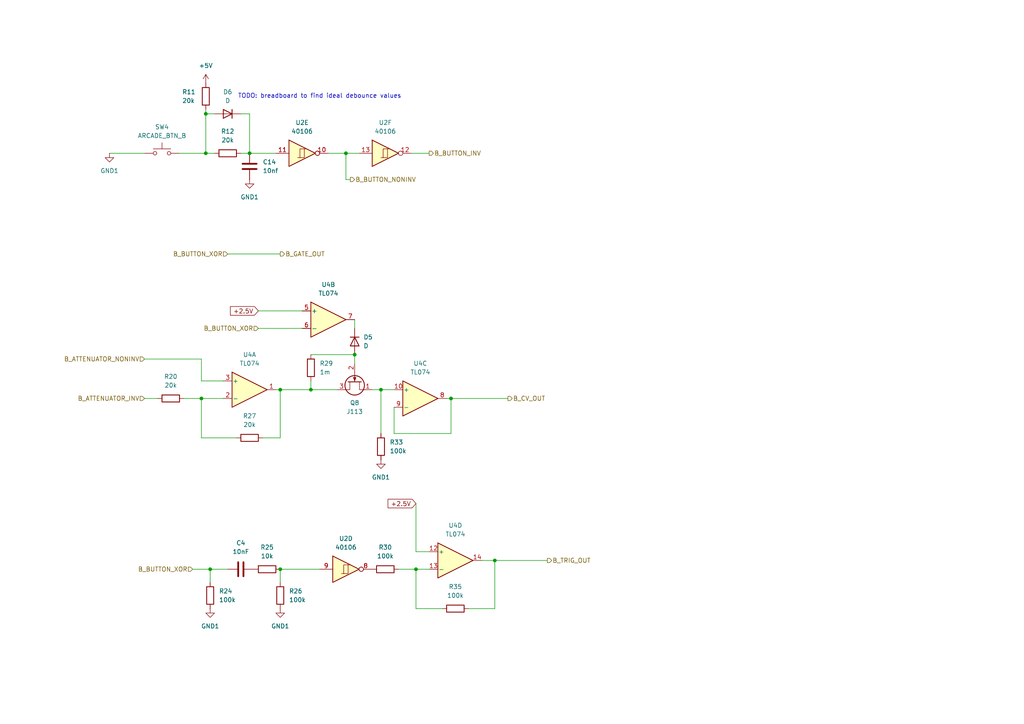
<source format=kicad_sch>
(kicad_sch (version 20231120) (generator "eeschema") (generator_version "8.0")
  (paper "A4")
  (lib_symbols
    (symbol "4xxx:40106" (pin_names (offset 1.016))
      (property "Reference" "U" (at 0 1.27 0))
      (property "Value" "40106" (at 0 -1.27 0))
      (symbol "40106_1_0"
        (polyline (pts (xy -0.635 -1.27) (xy -0.635 1.27) (xy 0.635 1.27)))
        (polyline (pts (xy -3.81 3.81) (xy -3.81 -3.81) (xy 3.81 0) (xy -3.81 3.81)) (stroke (width 0.254)) (fill (type background)))
        (polyline (pts (xy -1.27 -1.27) (xy 0.635 -1.27) (xy 0.635 1.27) (xy 1.27 1.27)))
        (pin input line (at -7.62 0 0) (length 3.81) (name "~") (number "1"))
        (pin output inverted (at 7.62 0 180) (length 3.81) (name "~") (number "2"))
      )
      (symbol "40106_2_0"
        (polyline (pts (xy -0.635 -1.27) (xy -0.635 1.27) (xy 0.635 1.27)))
        (polyline (pts (xy -3.81 3.81) (xy -3.81 -3.81) (xy 3.81 0) (xy -3.81 3.81)) (stroke (width 0.254)) (fill (type background)))
        (polyline (pts (xy -1.27 -1.27) (xy 0.635 -1.27) (xy 0.635 1.27) (xy 1.27 1.27)))
        (pin input line (at -7.62 0 0) (length 3.81) (name "~") (number "3"))
        (pin output inverted (at 7.62 0 180) (length 3.81) (name "~") (number "4"))
      )
      (symbol "40106_3_0"
        (polyline (pts (xy -0.635 -1.27) (xy -0.635 1.27) (xy 0.635 1.27)))
        (polyline (pts (xy -3.81 3.81) (xy -3.81 -3.81) (xy 3.81 0) (xy -3.81 3.81)) (stroke (width 0.254)) (fill (type background)))
        (polyline (pts (xy -1.27 -1.27) (xy 0.635 -1.27) (xy 0.635 1.27) (xy 1.27 1.27)))
        (pin input line (at -7.62 0 0) (length 3.81) (name "~") (number "5"))
        (pin output inverted (at 7.62 0 180) (length 3.81) (name "~") (number "6"))
      )
      (symbol "40106_4_0"
        (polyline (pts (xy -0.635 -1.27) (xy -0.635 1.27) (xy 0.635 1.27)))
        (polyline (pts (xy -3.81 3.81) (xy -3.81 -3.81) (xy 3.81 0) (xy -3.81 3.81)) (stroke (width 0.254)) (fill (type background)))
        (polyline (pts (xy -1.27 -1.27) (xy 0.635 -1.27) (xy 0.635 1.27) (xy 1.27 1.27)))
        (pin output inverted (at 7.62 0 180) (length 3.81) (name "~") (number "8"))
        (pin input line (at -7.62 0 0) (length 3.81) (name "~") (number "9"))
      )
      (symbol "40106_5_0"
        (polyline (pts (xy -0.635 -1.27) (xy -0.635 1.27) (xy 0.635 1.27)))
        (polyline (pts (xy -3.81 3.81) (xy -3.81 -3.81) (xy 3.81 0) (xy -3.81 3.81)) (stroke (width 0.254)) (fill (type background)))
        (polyline (pts (xy -1.27 -1.27) (xy 0.635 -1.27) (xy 0.635 1.27) (xy 1.27 1.27)))
        (pin output inverted (at 7.62 0 180) (length 3.81) (name "~") (number "10"))
        (pin input line (at -7.62 0 0) (length 3.81) (name "~") (number "11"))
      )
      (symbol "40106_6_0"
        (polyline (pts (xy -0.635 -1.27) (xy -0.635 1.27) (xy 0.635 1.27)))
        (polyline (pts (xy -3.81 3.81) (xy -3.81 -3.81) (xy 3.81 0) (xy -3.81 3.81)) (stroke (width 0.254)) (fill (type background)))
        (polyline (pts (xy -1.27 -1.27) (xy 0.635 -1.27) (xy 0.635 1.27) (xy 1.27 1.27)))
        (pin output inverted (at 7.62 0 180) (length 3.81) (name "~") (number "12"))
        (pin input line (at -7.62 0 0) (length 3.81) (name "~") (number "13"))
      )
      (symbol "40106_7_0"
        (pin power_in line (at 0 12.7 270) (length 5.08) (name "VDD") (number "14"))
        (pin power_in line (at 0 -12.7 90) (length 5.08) (name "VSS") (number "7"))
      )
      (symbol "40106_7_1"
        (rectangle (start -5.08 7.62) (end 5.08 -7.62) (stroke (width 0.254)) (fill (type background)))
      )
    )
    (symbol "Amplifier_Operational:TL074" (pin_names (offset 0.127))
      (property "Reference" "U" (at 0 5.08 0))
      (property "Value" "TL074" (at 0 -5.08 0))
      (symbol "TL074_1_1"
        (polyline (pts (xy -5.08 5.08) (xy 5.08 0) (xy -5.08 -5.08) (xy -5.08 5.08)) (stroke (width 0.254)) (fill (type background)))
        (pin output line (at 7.62 0 180) (length 2.54) (name "~") (number "1"))
        (pin input line (at -7.62 -2.54 0) (length 2.54) (name "-") (number "2"))
        (pin input line (at -7.62 2.54 0) (length 2.54) (name "+") (number "3"))
      )
      (symbol "TL074_2_1"
        (polyline (pts (xy -5.08 5.08) (xy 5.08 0) (xy -5.08 -5.08) (xy -5.08 5.08)) (stroke (width 0.254)) (fill (type background)))
        (pin input line (at -7.62 2.54 0) (length 2.54) (name "+") (number "5"))
        (pin input line (at -7.62 -2.54 0) (length 2.54) (name "-") (number "6"))
        (pin output line (at 7.62 0 180) (length 2.54) (name "~") (number "7"))
      )
      (symbol "TL074_3_1"
        (polyline (pts (xy -5.08 5.08) (xy 5.08 0) (xy -5.08 -5.08) (xy -5.08 5.08)) (stroke (width 0.254)) (fill (type background)))
        (pin input line (at -7.62 2.54 0) (length 2.54) (name "+") (number "10"))
        (pin output line (at 7.62 0 180) (length 2.54) (name "~") (number "8"))
        (pin input line (at -7.62 -2.54 0) (length 2.54) (name "-") (number "9"))
      )
      (symbol "TL074_4_1"
        (polyline (pts (xy -5.08 5.08) (xy 5.08 0) (xy -5.08 -5.08) (xy -5.08 5.08)) (stroke (width 0.254)) (fill (type background)))
        (pin input line (at -7.62 2.54 0) (length 2.54) (name "+") (number "12"))
        (pin input line (at -7.62 -2.54 0) (length 2.54) (name "-") (number "13"))
        (pin output line (at 7.62 0 180) (length 2.54) (name "~") (number "14"))
      )
      (symbol "TL074_5_1"
        (pin power_in line (at -2.54 -7.62 90) (length 3.81) (name "V-") (number "11"))
        (pin power_in line (at -2.54 7.62 270) (length 3.81) (name "V+") (number "4"))
      )
    )
    (symbol "Device:C" (pin_numbers hide) (pin_names (offset 0.254))
      (property "Reference" "C" (at 0.635 2.54 0))
      (property "Value" "C" (at 0.635 -2.54 0))
      (symbol "C_0_1"
        (polyline (pts (xy -2.032 -0.762) (xy 2.032 -0.762)) (stroke (width 0.508)))
        (polyline (pts (xy -2.032 0.762) (xy 2.032 0.762)) (stroke (width 0.508)))
      )
      (symbol "C_1_1"
        (pin passive line (at 0 3.81 270) (length 2.794) (name "~") (number "1"))
        (pin passive line (at 0 -3.81 90) (length 2.794) (name "~") (number "2"))
      )
    )
    (symbol "Device:D" (pin_numbers hide) (pin_names (offset 1.016) hide)
      (property "Reference" "D" (at 0 2.54 0))
      (property "Value" "D" (at 0 -2.54 0))
      (symbol "D_0_1"
        (polyline (pts (xy -1.27 1.27) (xy -1.27 -1.27)) (stroke (width 0.254)))
        (polyline (pts (xy 1.27 0) (xy -1.27 0)))
        (polyline (pts (xy 1.27 1.27) (xy 1.27 -1.27) (xy -1.27 0) (xy 1.27 1.27)) (stroke (width 0.254)))
      )
      (symbol "D_1_1"
        (pin passive line (at -3.81 0 0) (length 2.54) (name "K") (number "1"))
        (pin passive line (at 3.81 0 180) (length 2.54) (name "A") (number "2"))
      )
    )
    (symbol "Device:R" (pin_numbers hide) (pin_names (offset 0))
      (property "Reference" "R" (at 2.032 0 90))
      (property "Value" "R" (at 0 0 90))
      (symbol "R_0_1"
        (rectangle (start -1.016 -2.54) (end 1.016 2.54) (stroke (width 0.254)))
      )
      (symbol "R_1_1"
        (pin passive line (at 0 3.81 270) (length 1.27) (name "~") (number "1"))
        (pin passive line (at 0 -3.81 90) (length 1.27) (name "~") (number "2"))
      )
    )
    (symbol "Switch:SW_Push" (pin_numbers hide) (pin_names (offset 1.016) hide)
      (property "Reference" "SW" (at 1.27 2.54 0))
      (property "Value" "SW_Push" (at 0 -1.524 0))
      (symbol "SW_Push_0_1"
        (circle (center -2.032 0) (radius 0.508))
        (polyline (pts (xy 0 1.27) (xy 0 3.048)))
        (polyline (pts (xy 2.54 1.27) (xy -2.54 1.27)))
        (circle (center 2.032 0) (radius 0.508))
        (pin passive line (at -5.08 0 0) (length 2.54) (name "1") (number "1"))
        (pin passive line (at 5.08 0 180) (length 2.54) (name "2") (number "2"))
      )
    )
    (symbol "Transistor_FET:2N3819" (pin_names hide)
      (property "Reference" "Q" (at 5.08 1.905 0))
      (property "Value" "2N3819" (at 5.08 0 0))
      (symbol "2N3819_0_1"
        (polyline (pts (xy 0.254 0) (xy -2.54 0)))
        (polyline (pts (xy 0.254 1.905) (xy 0.254 -1.905)) (stroke (width 0.254)))
        (polyline (pts (xy 2.54 -2.54) (xy 2.54 -1.397) (xy 0.254 -1.397)))
        (polyline (pts (xy 2.54 2.54) (xy 2.54 1.397) (xy 0.254 1.397)))
        (polyline (pts (xy 0 0) (xy -1.016 0.381) (xy -1.016 -0.381) (xy 0 0)) (fill (type outline)))
        (circle (center 1.27 0) (radius 2.8194) (stroke (width 0.254)))
      )
      (symbol "2N3819_1_1"
        (pin passive line (at 2.54 5.08 270) (length 2.54) (name "D") (number "1"))
        (pin input line (at -5.08 0 0) (length 2.54) (name "G") (number "2"))
        (pin passive line (at 2.54 -5.08 90) (length 2.54) (name "S") (number "3"))
      )
    )
    (symbol "power:+5V" (power) (pin_numbers hide) (pin_names (offset 0) hide)
      (property "Value" "+5V" (at 0 3.556 0))
      (symbol "+5V_0_1"
        (polyline (pts (xy -0.762 1.27) (xy 0 2.54)))
        (polyline (pts (xy 0 0) (xy 0 2.54)))
        (polyline (pts (xy 0 2.54) (xy 0.762 1.27)))
      )
      (symbol "+5V_1_1"
        (pin power_in line (at 0 0 90) (length 0) (name "~") (number "1"))
      )
    )
    (symbol "power:GND1" (power) (pin_numbers hide) (pin_names (offset 0) hide)
      (property "Value" "GND1" (at 0 -3.81 0))
      (symbol "GND1_0_1"
        (polyline (pts (xy 0 0) (xy 0 -1.27) (xy 1.27 -1.27) (xy 0 -2.54) (xy -1.27 -1.27) (xy 0 -1.27)))
      )
      (symbol "GND1_1_1"
        (pin power_in line (at 0 0 270) (length 0) (name "~") (number "1"))
      )
    )
  )
  (junction (at 110.49 113.03))
  (junction (at 60.96 165.1))
  (junction (at 72.39 44.45))
  (junction (at 59.69 33.02))
  (junction (at 81.28 113.03))
  (junction (at 58.42 115.57))
  (junction (at 59.69 44.45))
  (junction (at 120.65 165.1))
  (junction (at 100.33 44.45))
  (junction (at 90.17 113.03))
  (junction (at 81.28 165.1))
  (junction (at 102.87 102.87))
  (junction (at 130.81 115.57))
  (junction (at 143.51 162.56))
  (wire (pts (xy 135.89 176.53) (xy 143.51 176.53)))
  (wire (pts (xy 59.69 33.02) (xy 59.69 44.45)))
  (wire (pts (xy 90.17 102.87) (xy 102.87 102.87)))
  (wire (pts (xy 130.81 125.73) (xy 130.81 115.57)))
  (wire (pts (xy 143.51 162.56) (xy 158.75 162.56)))
  (wire (pts (xy 31.75 44.45) (xy 41.91 44.45)))
  (wire (pts (xy 110.49 125.73) (xy 110.49 113.03)))
  (wire (pts (xy 41.91 104.14) (xy 58.42 104.14)))
  (wire (pts (xy 66.04 73.66) (xy 81.28 73.66)))
  (wire (pts (xy 81.28 127) (xy 81.28 113.03)))
  (wire (pts (xy 143.51 176.53) (xy 143.51 162.56)))
  (wire (pts (xy 100.33 44.45) (xy 104.14 44.45)))
  (wire (pts (xy 60.96 165.1) (xy 66.04 165.1)))
  (wire (pts (xy 41.91 115.57) (xy 45.72 115.57)))
  (wire (pts (xy 81.28 165.1) (xy 92.71 165.1)))
  (wire (pts (xy 72.39 33.02) (xy 72.39 44.45)))
  (wire (pts (xy 90.17 113.03) (xy 97.79 113.03)))
  (wire (pts (xy 120.65 160.02) (xy 124.46 160.02)))
  (wire (pts (xy 114.3 118.11) (xy 114.3 125.73)))
  (wire (pts (xy 107.95 113.03) (xy 110.49 113.03)))
  (wire (pts (xy 58.42 115.57) (xy 64.77 115.57)))
  (wire (pts (xy 119.38 44.45) (xy 124.46 44.45)))
  (wire (pts (xy 80.01 113.03) (xy 81.28 113.03)))
  (wire (pts (xy 95.25 44.45) (xy 100.33 44.45)))
  (wire (pts (xy 58.42 110.49) (xy 64.77 110.49)))
  (wire (pts (xy 102.87 92.71) (xy 102.87 95.25)))
  (wire (pts (xy 74.93 90.17) (xy 87.63 90.17)))
  (wire (pts (xy 58.42 104.14) (xy 58.42 110.49)))
  (wire (pts (xy 120.65 165.1) (xy 124.46 165.1)))
  (wire (pts (xy 52.07 44.45) (xy 59.69 44.45)))
  (wire (pts (xy 59.69 33.02) (xy 62.23 33.02)))
  (wire (pts (xy 59.69 44.45) (xy 62.23 44.45)))
  (wire (pts (xy 139.7 162.56) (xy 143.51 162.56)))
  (wire (pts (xy 68.58 127) (xy 58.42 127)))
  (wire (pts (xy 72.39 44.45) (xy 80.01 44.45)))
  (wire (pts (xy 120.65 146.05) (xy 120.65 160.02)))
  (wire (pts (xy 59.69 31.75) (xy 59.69 33.02)))
  (wire (pts (xy 69.85 44.45) (xy 72.39 44.45)))
  (wire (pts (xy 102.87 102.87) (xy 102.87 105.41)))
  (wire (pts (xy 60.96 168.91) (xy 60.96 165.1)))
  (wire (pts (xy 81.28 113.03) (xy 90.17 113.03)))
  (wire (pts (xy 115.57 165.1) (xy 120.65 165.1)))
  (wire (pts (xy 55.88 165.1) (xy 60.96 165.1)))
  (wire (pts (xy 74.93 95.25) (xy 87.63 95.25)))
  (wire (pts (xy 90.17 110.49) (xy 90.17 113.03)))
  (wire (pts (xy 100.33 44.45) (xy 100.33 52.07)))
  (wire (pts (xy 76.2 127) (xy 81.28 127)))
  (wire (pts (xy 110.49 113.03) (xy 114.3 113.03)))
  (wire (pts (xy 53.34 115.57) (xy 58.42 115.57)))
  (wire (pts (xy 81.28 165.1) (xy 81.28 168.91)))
  (wire (pts (xy 120.65 165.1) (xy 120.65 176.53)))
  (wire (pts (xy 114.3 125.73) (xy 130.81 125.73)))
  (wire (pts (xy 101.6 52.07) (xy 100.33 52.07)))
  (wire (pts (xy 58.42 127) (xy 58.42 115.57)))
  (wire (pts (xy 128.27 176.53) (xy 120.65 176.53)))
  (wire (pts (xy 130.81 115.57) (xy 147.32 115.57)))
  (wire (pts (xy 69.85 33.02) (xy 72.39 33.02)))
  (wire (pts (xy 130.81 115.57) (xy 129.54 115.57)))
  (text "TODO: breadboard to find ideal debounce values\n" (at 92.71 27.94 0) (effects (font (size 1.27 1.27))))
  (global_label "+2.5V" (shape input) (at 74.93 90.17 180) (property "Intersheetrefs" "${INTERSHEET_REFS}" (effects (hide yes))))
  (global_label "+2.5V" (shape input) (at 120.65 146.05 180) (property "Intersheetrefs" "${INTERSHEET_REFS}" (effects (hide yes))))
  (hierarchical_label "B_BUTTON_XOR" (shape input) (at 74.93 95.25 180))
  (hierarchical_label "B_BUTTON_INV" (shape output) (at 124.46 44.45 0))
  (hierarchical_label "B_CV_OUT" (shape output) (at 147.32 115.57 0))
  (hierarchical_label "B_BUTTON_NONINV" (shape output) (at 101.6 52.07 0))
  (hierarchical_label "B_ATTENUATOR_INV" (shape input) (at 41.91 115.57 180))
  (hierarchical_label "B_BUTTON_XOR" (shape input) (at 55.88 165.1 180))
  (hierarchical_label "B_ATTENUATOR_NONINV" (shape input) (at 41.91 104.14 180))
  (hierarchical_label "B_GATE_OUT" (shape output) (at 81.28 73.66 0))
  (hierarchical_label "B_TRIG_OUT" (shape output) (at 158.75 162.56 0))
  (hierarchical_label "B_BUTTON_XOR" (shape input) (at 66.04 73.66 180))
  (symbol (lib_id "4xxx:40106") (at 87.63 44.45 0) (unit 5)
    (property "Reference" "U2" (at 87.63 35.56 0))
    (property "Value" "40106" (at 87.63 38.1 0))
    (property "Footprint" "Package_SO:TSSOP-14_4.4x5mm_P0.65mm" (effects (hide yes)))
    (property "Datasheet" "https://assets.nexperia.com/documents/data-sheet/HEF40106B.pdf" (effects (hide yes)))
    (property "Description" "Hex Schmitt trigger inverter" (effects (hide yes)))
  )
  (symbol (lib_id "Device:D") (at 102.87 99.06 270) (unit 1)
    (property "Reference" "D5" (at 105.41 97.7899 90) (effects (justify left)))
    (property "Value" "D" (at 105.41 100.3299 90) (effects (justify left)))
    (property "Footprint" "Diode_SMD:D_0603_1608Metric" (effects (hide yes)))
    (property "Description" "Diode" (effects (hide yes)))
    (property "Sim.Device" "D" (effects (hide yes)))
    (property "Sim.Pins" "1=K 2=A" (effects (hide yes)))
  )
  (symbol (lib_id "Device:R") (at 72.39 127 90) (unit 1)
    (property "Reference" "R27" (at 72.39 120.65 90))
    (property "Value" "20k" (at 72.39 123.19 90))
    (property "Footprint" "Resistor_SMD:R_0603_1608Metric" (effects (hide yes)))
    (property "Description" "Resistor" (effects (hide yes)))
  )
  (symbol (lib_id "Device:R") (at 66.04 44.45 90) (unit 1)
    (property "Reference" "R12" (at 66.04 38.1 90))
    (property "Value" "20k" (at 66.04 40.64 90))
    (property "Footprint" "Resistor_SMD:R_0603_1608Metric" (effects (hide yes)))
    (property "Description" "Resistor" (effects (hide yes)))
  )
  (symbol (lib_id "Device:D") (at 66.04 33.02 180) (unit 1)
    (property "Reference" "D6" (at 66.04 26.67 0))
    (property "Value" "D" (at 66.04 29.21 0))
    (property "Footprint" "Diode_SMD:D_0603_1608Metric" (effects (hide yes)))
    (property "Description" "Diode" (effects (hide yes)))
    (property "Sim.Device" "D" (effects (hide yes)))
    (property "Sim.Pins" "1=K 2=A" (effects (hide yes)))
  )
  (symbol (lib_id "Transistor_FET:2N3819") (at 102.87 110.49 270) (unit 1)
    (property "Reference" "Q8" (at 102.87 116.84 90))
    (property "Value" "J113" (at 102.87 119.38 90))
    (property "Footprint" "Package_TO_SOT_SMD:SOT-23_Handsoldering" (effects (hide yes)))
    (property "Datasheet" "https://my.centralsemi.com/datasheets/2N3819.PDF" (effects (hide yes)))
    (property "Description" "20mA Id, 25V Vgs, N-Channel JFET Transistor, TO-92" (effects (hide yes)))
  )
  (symbol (lib_id "Amplifier_Operational:TL074") (at 95.25 92.71 0) (unit 2)
    (property "Reference" "U4" (at 95.25 82.55 0))
    (property "Value" "TL074" (at 95.25 85.09 0))
    (property "Footprint" "Package_SO:SSOP-14_5.3x6.2mm_P0.65mm" (effects (hide yes)))
    (property "Datasheet" "http://www.ti.com/lit/ds/symlink/tl071.pdf" (effects (hide yes)))
    (property "Description" "Quad Low-Noise JFET-Input Operational Amplifiers, DIP-14/SOIC-14" (effects (hide yes)))
  )
  (symbol (lib_id "Device:R") (at 111.76 165.1 90) (unit 1)
    (property "Reference" "R30" (at 111.76 158.75 90))
    (property "Value" "100k" (at 111.76 161.29 90))
    (property "Footprint" "Resistor_SMD:R_0603_1608Metric" (effects (hide yes)))
    (property "Description" "Resistor" (effects (hide yes)))
  )
  (symbol (lib_id "Device:R") (at 81.28 172.72 180) (unit 1)
    (property "Reference" "R26" (at 83.82 171.4499 0) (effects (justify right)))
    (property "Value" "100k" (at 83.82 173.9899 0) (effects (justify right)))
    (property "Footprint" "Resistor_SMD:R_0603_1608Metric" (effects (hide yes)))
    (property "Description" "Resistor" (effects (hide yes)))
  )
  (symbol (lib_id "Amplifier_Operational:TL074") (at 72.39 113.03 0) (unit 1)
    (property "Reference" "U4" (at 72.39 102.87 0))
    (property "Value" "TL074" (at 72.39 105.41 0))
    (property "Footprint" "Package_SO:SSOP-14_5.3x6.2mm_P0.65mm" (effects (hide yes)))
    (property "Datasheet" "http://www.ti.com/lit/ds/symlink/tl071.pdf" (effects (hide yes)))
    (property "Description" "Quad Low-Noise JFET-Input Operational Amplifiers, DIP-14/SOIC-14" (effects (hide yes)))
  )
  (symbol (lib_id "Device:R") (at 77.47 165.1 90) (unit 1)
    (property "Reference" "R25" (at 77.47 158.75 90))
    (property "Value" "10k" (at 77.47 161.29 90))
    (property "Footprint" "Resistor_SMD:R_0603_1608Metric" (effects (hide yes)))
    (property "Description" "Resistor" (effects (hide yes)))
  )
  (symbol (lib_id "power:GND1") (at 110.49 133.35 0) (unit 1)
    (property "Reference" "#PWR044" (effects (hide yes)))
    (property "Value" "GND1" (at 110.49 138.43 0))
    (property "Description" "Power symbol creates a global label with name \"GND1\" , ground" (effects (hide yes)))
  )
  (symbol (lib_id "power:GND1") (at 72.39 52.07 0) (unit 1)
    (property "Reference" "#PWR046" (effects (hide yes)))
    (property "Value" "GND1" (at 72.39 57.15 0))
    (property "Description" "Power symbol creates a global label with name \"GND1\" , ground" (effects (hide yes)))
  )
  (symbol (lib_id "power:+5V") (at 59.69 24.13 0) (unit 1)
    (property "Reference" "#PWR045" (effects (hide yes)))
    (property "Value" "+5V" (at 59.69 19.05 0))
    (property "Description" "Power symbol creates a global label with name \"+5V\"" (effects (hide yes)))
  )
  (symbol (lib_id "Device:R") (at 90.17 106.68 180) (unit 1)
    (property "Reference" "R29" (at 92.71 105.4099 0) (effects (justify right)))
    (property "Value" "1m" (at 92.71 107.9499 0) (effects (justify right)))
    (property "Footprint" "Resistor_SMD:R_0603_1608Metric" (effects (hide yes)))
    (property "Description" "Resistor" (effects (hide yes)))
  )
  (symbol (lib_id "Switch:SW_Push") (at 46.99 44.45 0) (unit 1)
    (property "Reference" "SW4" (at 46.99 36.83 0))
    (property "Value" "ARCADE_BTN_B" (at 46.99 39.37 0))
    (property "Footprint" "Connector_JST:JST_XH_S2B-XH-A-1_1x02_P2.50mm_Horizontal" (effects (hide yes)))
    (property "Description" "Push button switch, generic, two pins" (effects (hide yes)))
  )
  (symbol (lib_id "4xxx:40106") (at 100.33 165.1 0) (unit 4)
    (property "Reference" "U2" (at 100.33 156.21 0))
    (property "Value" "40106" (at 100.33 158.75 0))
    (property "Footprint" "Package_SO:TSSOP-14_4.4x5mm_P0.65mm" (effects (hide yes)))
    (property "Datasheet" "https://assets.nexperia.com/documents/data-sheet/HEF40106B.pdf" (effects (hide yes)))
    (property "Description" "Hex Schmitt trigger inverter" (effects (hide yes)))
  )
  (symbol (lib_id "Amplifier_Operational:TL074") (at 132.08 162.56 0) (unit 4)
    (property "Reference" "U4" (at 132.08 152.4 0))
    (property "Value" "TL074" (at 132.08 154.94 0))
    (property "Footprint" "Package_SO:SSOP-14_5.3x6.2mm_P0.65mm" (effects (hide yes)))
    (property "Datasheet" "http://www.ti.com/lit/ds/symlink/tl071.pdf" (effects (hide yes)))
    (property "Description" "Quad Low-Noise JFET-Input Operational Amplifiers, DIP-14/SOIC-14" (effects (hide yes)))
  )
  (symbol (lib_id "Device:C") (at 72.39 48.26 0) (unit 1)
    (property "Reference" "C14" (at 76.2 46.9899 0) (effects (justify left)))
    (property "Value" "10nf" (at 76.2 49.5299 0) (effects (justify left)))
    (property "Footprint" "Capacitor_SMD:C_0603_1608Metric" (effects (hide yes)))
    (property "Description" "Unpolarized capacitor" (effects (hide yes)))
  )
  (symbol (lib_id "power:GND1") (at 81.28 176.53 0) (unit 1)
    (property "Reference" "#PWR041" (effects (hide yes)))
    (property "Value" "GND1" (at 81.28 181.61 0))
    (property "Description" "Power symbol creates a global label with name \"GND1\" , ground" (effects (hide yes)))
  )
  (symbol (lib_id "Amplifier_Operational:TL074") (at 121.92 115.57 0) (unit 3)
    (property "Reference" "U4" (at 121.92 105.41 0))
    (property "Value" "TL074" (at 121.92 107.95 0))
    (property "Footprint" "Package_SO:SSOP-14_5.3x6.2mm_P0.65mm" (effects (hide yes)))
    (property "Datasheet" "http://www.ti.com/lit/ds/symlink/tl071.pdf" (effects (hide yes)))
    (property "Description" "Quad Low-Noise JFET-Input Operational Amplifiers, DIP-14/SOIC-14" (effects (hide yes)))
  )
  (symbol (lib_id "power:GND1") (at 60.96 176.53 0) (unit 1)
    (property "Reference" "#PWR040" (effects (hide yes)))
    (property "Value" "GND1" (at 60.96 181.61 0))
    (property "Description" "Power symbol creates a global label with name \"GND1\" , ground" (effects (hide yes)))
  )
  (symbol (lib_id "Device:R") (at 132.08 176.53 90) (unit 1)
    (property "Reference" "R35" (at 132.08 170.18 90))
    (property "Value" "100k" (at 132.08 172.72 90))
    (property "Footprint" "Resistor_SMD:R_0603_1608Metric" (effects (hide yes)))
    (property "Description" "Resistor" (effects (hide yes)))
  )
  (symbol (lib_id "Device:R") (at 59.69 27.94 0) (unit 1)
    (property "Reference" "R11" (at 52.832 26.67 0) (effects (justify left)))
    (property "Value" "20k" (at 52.832 29.21 0) (effects (justify left)))
    (property "Footprint" "Resistor_SMD:R_0603_1608Metric" (effects (hide yes)))
    (property "Description" "Resistor" (effects (hide yes)))
  )
  (symbol (lib_id "4xxx:40106") (at 111.76 44.45 0) (unit 6)
    (property "Reference" "U2" (at 111.76 35.56 0))
    (property "Value" "40106" (at 111.76 38.1 0))
    (property "Footprint" "Package_SO:TSSOP-14_4.4x5mm_P0.65mm" (effects (hide yes)))
    (property "Datasheet" "https://assets.nexperia.com/documents/data-sheet/HEF40106B.pdf" (effects (hide yes)))
    (property "Description" "Hex Schmitt trigger inverter" (effects (hide yes)))
  )
  (symbol (lib_id "Device:R") (at 60.96 172.72 0) (unit 1)
    (property "Reference" "R24" (at 63.5 171.4499 0) (effects (justify left)))
    (property "Value" "100k" (at 63.5 173.9899 0) (effects (justify left)))
    (property "Footprint" "Resistor_SMD:R_0603_1608Metric" (effects (hide yes)))
    (property "Description" "Resistor" (effects (hide yes)))
  )
  (symbol (lib_id "power:GND1") (at 31.75 44.45 0) (unit 1)
    (property "Reference" "#PWR043" (effects (hide yes)))
    (property "Value" "GND1" (at 31.75 49.53 0))
    (property "Description" "Power symbol creates a global label with name \"GND1\" , ground" (effects (hide yes)))
  )
  (symbol (lib_id "Device:C") (at 69.85 165.1 270) (unit 1)
    (property "Reference" "C4" (at 69.85 157.48 90))
    (property "Value" "10nF" (at 69.85 160.02 90))
    (property "Footprint" "Capacitor_SMD:C_0603_1608Metric" (effects (hide yes)))
    (property "Description" "Unpolarized capacitor" (effects (hide yes)))
  )
  (symbol (lib_id "Device:R") (at 49.53 115.57 90) (unit 1)
    (property "Reference" "R20" (at 49.53 109.22 90))
    (property "Value" "20k" (at 49.53 111.76 90))
    (property "Footprint" "Resistor_SMD:R_0603_1608Metric" (effects (hide yes)))
    (property "Description" "Resistor" (effects (hide yes)))
  )
  (symbol (lib_id "Device:R") (at 110.49 129.54 0) (unit 1)
    (property "Reference" "R33" (at 113.03 128.2699 0) (effects (justify left)))
    (property "Value" "100k" (at 113.03 130.8099 0) (effects (justify left)))
    (property "Footprint" "Resistor_SMD:R_0603_1608Metric" (effects (hide yes)))
    (property "Description" "Resistor" (effects (hide yes)))
  )
)
</source>
